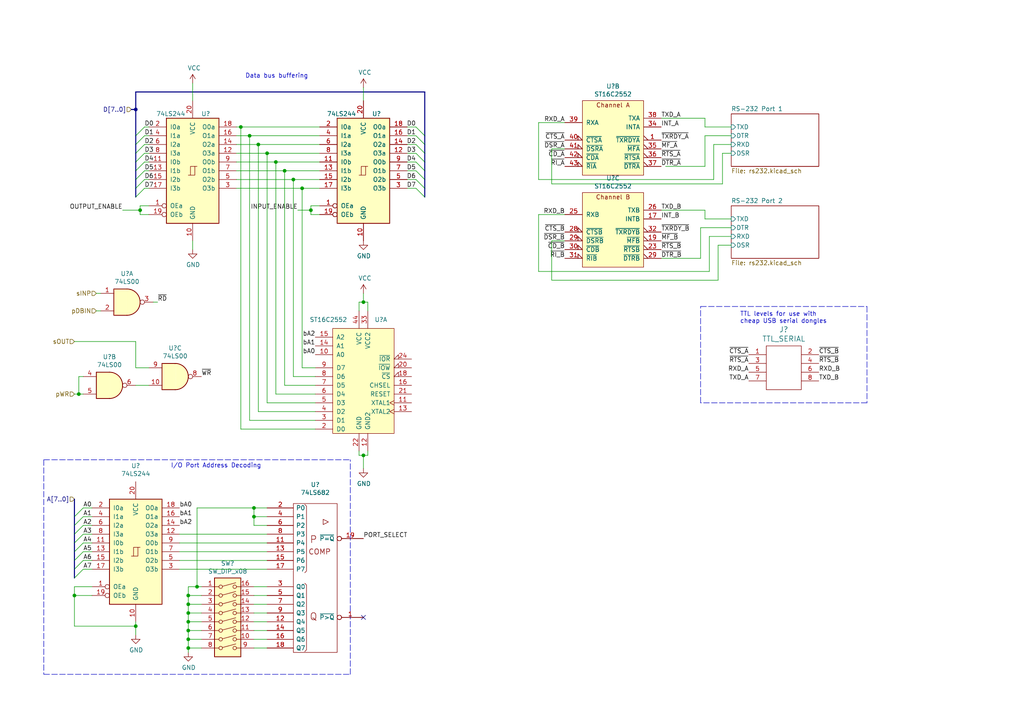
<source format=kicad_sch>
(kicad_sch (version 20211123) (generator eeschema)
  (paper "A4")
  (lib_symbols
    (symbol "74xx:74LS00" (pin_names (offset 1.016))
      (property "Reference" "U" (at 0 1.27 0))
      (property "Value" "74LS00" (at 0 -1.27 0))
      (symbol "74LS00_1_1"
        (arc (start 0 -3.81) (mid 3.81 0) (end 0 3.81) (stroke (width 0.254)) (fill (type background)))
        (polyline (pts (xy 0 3.81) (xy -3.81 3.81) (xy -3.81 -3.81) (xy 0 -3.81)) (stroke (width 0.254)) (fill (type background)))
        (pin input line (at -7.62 2.54 0) (length 3.81) (name "~") (number "1"))
        (pin input line (at -7.62 -2.54 0) (length 3.81) (name "~") (number "2"))
        (pin output inverted (at 7.62 0 180) (length 3.81) (name "~") (number "3"))
      )
      (symbol "74LS00_1_2"
        (arc (start -3.81 -3.81) (mid -2.589 0) (end -3.81 3.81) (stroke (width 0.254)))
        (arc (start -0.6096 -3.81) (mid 2.1855 -2.584) (end 3.81 0) (stroke (width 0.254)) (fill (type background)))
        (polyline (pts (xy -3.81 -3.81) (xy -0.635 -3.81)) (stroke (width 0.254)) (fill (type background)))
        (polyline (pts (xy -3.81 3.81) (xy -0.635 3.81)) (stroke (width 0.254)) (fill (type background)))
        (polyline (pts (xy -0.635 3.81) (xy -3.81 3.81) (xy -3.81 3.81) (xy -3.556 3.4036) (xy -3.0226 2.2606) (xy -2.6924 1.0414) (xy -2.6162 -0.254) (xy -2.7686 -1.4986) (xy -3.175 -2.7178) (xy -3.81 -3.81) (xy -3.81 -3.81) (xy -0.635 -3.81)) (stroke (width -25.4)) (fill (type background)))
        (arc (start 3.81 0) (mid 2.1928 2.5925) (end -0.6096 3.81) (stroke (width 0.254)) (fill (type background)))
        (pin input inverted (at -7.62 2.54 0) (length 4.318) (name "~") (number "1"))
        (pin input inverted (at -7.62 -2.54 0) (length 4.318) (name "~") (number "2"))
        (pin output line (at 7.62 0 180) (length 3.81) (name "~") (number "3"))
      )
      (symbol "74LS00_2_1"
        (arc (start 0 -3.81) (mid 3.81 0) (end 0 3.81) (stroke (width 0.254)) (fill (type background)))
        (polyline (pts (xy 0 3.81) (xy -3.81 3.81) (xy -3.81 -3.81) (xy 0 -3.81)) (stroke (width 0.254)) (fill (type background)))
        (pin input line (at -7.62 2.54 0) (length 3.81) (name "~") (number "4"))
        (pin input line (at -7.62 -2.54 0) (length 3.81) (name "~") (number "5"))
        (pin output inverted (at 7.62 0 180) (length 3.81) (name "~") (number "6"))
      )
      (symbol "74LS00_2_2"
        (arc (start -3.81 -3.81) (mid -2.589 0) (end -3.81 3.81) (stroke (width 0.254)))
        (arc (start -0.6096 -3.81) (mid 2.1855 -2.584) (end 3.81 0) (stroke (width 0.254)) (fill (type background)))
        (polyline (pts (xy -3.81 -3.81) (xy -0.635 -3.81)) (stroke (width 0.254)) (fill (type background)))
        (polyline (pts (xy -3.81 3.81) (xy -0.635 3.81)) (stroke (width 0.254)) (fill (type background)))
        (polyline (pts (xy -0.635 3.81) (xy -3.81 3.81) (xy -3.81 3.81) (xy -3.556 3.4036) (xy -3.0226 2.2606) (xy -2.6924 1.0414) (xy -2.6162 -0.254) (xy -2.7686 -1.4986) (xy -3.175 -2.7178) (xy -3.81 -3.81) (xy -3.81 -3.81) (xy -0.635 -3.81)) (stroke (width -25.4)) (fill (type background)))
        (arc (start 3.81 0) (mid 2.1928 2.5925) (end -0.6096 3.81) (stroke (width 0.254)) (fill (type background)))
        (pin input inverted (at -7.62 2.54 0) (length 4.318) (name "~") (number "4"))
        (pin input inverted (at -7.62 -2.54 0) (length 4.318) (name "~") (number "5"))
        (pin output line (at 7.62 0 180) (length 3.81) (name "~") (number "6"))
      )
      (symbol "74LS00_3_1"
        (arc (start 0 -3.81) (mid 3.81 0) (end 0 3.81) (stroke (width 0.254)) (fill (type background)))
        (polyline (pts (xy 0 3.81) (xy -3.81 3.81) (xy -3.81 -3.81) (xy 0 -3.81)) (stroke (width 0.254)) (fill (type background)))
        (pin input line (at -7.62 -2.54 0) (length 3.81) (name "~") (number "10"))
        (pin output inverted (at 7.62 0 180) (length 3.81) (name "~") (number "8"))
        (pin input line (at -7.62 2.54 0) (length 3.81) (name "~") (number "9"))
      )
      (symbol "74LS00_3_2"
        (arc (start -3.81 -3.81) (mid -2.589 0) (end -3.81 3.81) (stroke (width 0.254)))
        (arc (start -0.6096 -3.81) (mid 2.1855 -2.584) (end 3.81 0) (stroke (width 0.254)) (fill (type background)))
        (polyline (pts (xy -3.81 -3.81) (xy -0.635 -3.81)) (stroke (width 0.254)) (fill (type background)))
        (polyline (pts (xy -3.81 3.81) (xy -0.635 3.81)) (stroke (width 0.254)) (fill (type background)))
        (polyline (pts (xy -0.635 3.81) (xy -3.81 3.81) (xy -3.81 3.81) (xy -3.556 3.4036) (xy -3.0226 2.2606) (xy -2.6924 1.0414) (xy -2.6162 -0.254) (xy -2.7686 -1.4986) (xy -3.175 -2.7178) (xy -3.81 -3.81) (xy -3.81 -3.81) (xy -0.635 -3.81)) (stroke (width -25.4)) (fill (type background)))
        (arc (start 3.81 0) (mid 2.1928 2.5925) (end -0.6096 3.81) (stroke (width 0.254)) (fill (type background)))
        (pin input inverted (at -7.62 -2.54 0) (length 4.318) (name "~") (number "10"))
        (pin output line (at 7.62 0 180) (length 3.81) (name "~") (number "8"))
        (pin input inverted (at -7.62 2.54 0) (length 4.318) (name "~") (number "9"))
      )
      (symbol "74LS00_4_1"
        (arc (start 0 -3.81) (mid 3.81 0) (end 0 3.81) (stroke (width 0.254)) (fill (type background)))
        (polyline (pts (xy 0 3.81) (xy -3.81 3.81) (xy -3.81 -3.81) (xy 0 -3.81)) (stroke (width 0.254)) (fill (type background)))
        (pin output inverted (at 7.62 0 180) (length 3.81) (name "~") (number "11"))
        (pin input line (at -7.62 2.54 0) (length 3.81) (name "~") (number "12"))
        (pin input line (at -7.62 -2.54 0) (length 3.81) (name "~") (number "13"))
      )
      (symbol "74LS00_4_2"
        (arc (start -3.81 -3.81) (mid -2.589 0) (end -3.81 3.81) (stroke (width 0.254)))
        (arc (start -0.6096 -3.81) (mid 2.1855 -2.584) (end 3.81 0) (stroke (width 0.254)) (fill (type background)))
        (polyline (pts (xy -3.81 -3.81) (xy -0.635 -3.81)) (stroke (width 0.254)) (fill (type background)))
        (polyline (pts (xy -3.81 3.81) (xy -0.635 3.81)) (stroke (width 0.254)) (fill (type background)))
        (polyline (pts (xy -0.635 3.81) (xy -3.81 3.81) (xy -3.81 3.81) (xy -3.556 3.4036) (xy -3.0226 2.2606) (xy -2.6924 1.0414) (xy -2.6162 -0.254) (xy -2.7686 -1.4986) (xy -3.175 -2.7178) (xy -3.81 -3.81) (xy -3.81 -3.81) (xy -0.635 -3.81)) (stroke (width -25.4)) (fill (type background)))
        (arc (start 3.81 0) (mid 2.1928 2.5925) (end -0.6096 3.81) (stroke (width 0.254)) (fill (type background)))
        (pin output line (at 7.62 0 180) (length 3.81) (name "~") (number "11"))
        (pin input inverted (at -7.62 2.54 0) (length 4.318) (name "~") (number "12"))
        (pin input inverted (at -7.62 -2.54 0) (length 4.318) (name "~") (number "13"))
      )
      (symbol "74LS00_5_0"
        (pin power_in line (at 0 12.7 270) (length 5.08) (name "VCC") (number "14"))
        (pin power_in line (at 0 -12.7 90) (length 5.08) (name "GND") (number "7"))
      )
      (symbol "74LS00_5_1"
        (rectangle (start -5.08 7.62) (end 5.08 -7.62) (stroke (width 0.254)) (fill (type background)))
      )
    )
    (symbol "74xx:74LS244" (pin_names (offset 1.016))
      (property "Reference" "U" (at -7.62 16.51 0))
      (property "Value" "74LS244" (at -7.62 -16.51 0))
      (symbol "74LS244_1_0"
        (polyline (pts (xy -0.635 -1.27) (xy -0.635 1.27) (xy 0.635 1.27)))
        (polyline (pts (xy -1.27 -1.27) (xy 0.635 -1.27) (xy 0.635 1.27) (xy 1.27 1.27)))
        (pin input inverted (at -12.7 -10.16 0) (length 5.08) (name "OEa") (number "1"))
        (pin power_in line (at 0 -20.32 90) (length 5.08) (name "GND") (number "10"))
        (pin input line (at -12.7 2.54 0) (length 5.08) (name "I0b") (number "11"))
        (pin tri_state line (at 12.7 5.08 180) (length 5.08) (name "O3a") (number "12"))
        (pin input line (at -12.7 0 0) (length 5.08) (name "I1b") (number "13"))
        (pin tri_state line (at 12.7 7.62 180) (length 5.08) (name "O2a") (number "14"))
        (pin input line (at -12.7 -2.54 0) (length 5.08) (name "I2b") (number "15"))
        (pin tri_state line (at 12.7 10.16 180) (length 5.08) (name "O1a") (number "16"))
        (pin input line (at -12.7 -5.08 0) (length 5.08) (name "I3b") (number "17"))
        (pin tri_state line (at 12.7 12.7 180) (length 5.08) (name "O0a") (number "18"))
        (pin input inverted (at -12.7 -12.7 0) (length 5.08) (name "OEb") (number "19"))
        (pin input line (at -12.7 12.7 0) (length 5.08) (name "I0a") (number "2"))
        (pin power_in line (at 0 20.32 270) (length 5.08) (name "VCC") (number "20"))
        (pin tri_state line (at 12.7 -5.08 180) (length 5.08) (name "O3b") (number "3"))
        (pin input line (at -12.7 10.16 0) (length 5.08) (name "I1a") (number "4"))
        (pin tri_state line (at 12.7 -2.54 180) (length 5.08) (name "O2b") (number "5"))
        (pin input line (at -12.7 7.62 0) (length 5.08) (name "I2a") (number "6"))
        (pin tri_state line (at 12.7 0 180) (length 5.08) (name "O1b") (number "7"))
        (pin input line (at -12.7 5.08 0) (length 5.08) (name "I3a") (number "8"))
        (pin tri_state line (at 12.7 2.54 180) (length 5.08) (name "O0b") (number "9"))
      )
      (symbol "74LS244_1_1"
        (rectangle (start -7.62 15.24) (end 7.62 -15.24) (stroke (width 0.254)) (fill (type background)))
      )
    )
    (symbol "74xx_IEEE:74LS682" (pin_names (offset 0.762))
      (property "Reference" "U" (at 7.62 22.86 0))
      (property "Value" "74LS682" (at 10.16 -22.86 0))
      (symbol "74LS682_0_0"
        (polyline (pts (xy 2.286 17.018) (xy 2.286 15.494) (xy 3.81 16.256) (xy 2.286 17.018) (xy 2.286 17.018)))
        (text "COMP" (at 1.27 7.62 0) (effects (font (size 1.524 1.524))))
        (text "P" (at -0.508 11.176 0) (effects (font (size 2.032 2.032))))
        (text "Q" (at -0.508 -11.176 0) (effects (font (size 2.032 2.032))))
      )
      (symbol "74LS682_0_1"
        (rectangle (start -6.35 21.59) (end 6.35 -21.59))
        (polyline (pts (xy -3.048 -1.524) (xy -2.54 -2.032) (xy -2.54 -20.828) (xy -3.048 -21.336) (xy -3.048 -21.336)))
        (polyline (pts (xy -3.048 21.336) (xy -2.54 20.828) (xy -2.54 2.032) (xy -3.048 1.524) (xy -3.048 1.524)))
        (pin power_in line (at 0 -21.59 90) (length 0) hide (name "Gnd") (number "10"))
      )
      (symbol "74LS682_1_1"
        (pin output inverted (at 13.97 -11.43 180) (length 7.62) (name "~{P>Q}") (number "1"))
        (pin input line (at -13.97 10.16 0) (length 7.62) (name "P4") (number "11"))
        (pin input line (at -13.97 -12.7 0) (length 7.62) (name "Q4") (number "12"))
        (pin input line (at -13.97 7.62 0) (length 7.62) (name "P5") (number "13"))
        (pin input line (at -13.97 -15.24 0) (length 7.62) (name "Q5") (number "14"))
        (pin input line (at -13.97 5.08 0) (length 7.62) (name "P6") (number "15"))
        (pin input line (at -13.97 -17.78 0) (length 7.62) (name "Q6") (number "16"))
        (pin input line (at -13.97 2.54 0) (length 7.62) (name "P7") (number "17"))
        (pin input line (at -13.97 -20.32 0) (length 7.62) (name "Q7") (number "18"))
        (pin output inverted (at 13.97 11.43 180) (length 7.62) (name "~{P=Q}") (number "19"))
        (pin input line (at -13.97 20.32 0) (length 7.62) (name "P0") (number "2"))
        (pin power_in line (at 0 21.59 270) (length 0) hide (name "Vcc") (number "20"))
        (pin input line (at -13.97 -2.54 0) (length 7.62) (name "Q0") (number "3"))
        (pin input line (at -13.97 17.78 0) (length 7.62) (name "P1") (number "4"))
        (pin input line (at -13.97 -5.08 0) (length 7.62) (name "Q1") (number "5"))
        (pin input line (at -13.97 15.24 0) (length 7.62) (name "P2") (number "6"))
        (pin input line (at -13.97 -7.62 0) (length 7.62) (name "Q2") (number "7"))
        (pin input line (at -13.97 12.7 0) (length 7.62) (name "P3") (number "8"))
        (pin input line (at -13.97 -10.16 0) (length 7.62) (name "Q3") (number "9"))
      )
    )
    (symbol "Switch:SW_DIP_x08" (pin_names (offset 0) hide)
      (property "Reference" "SW" (at 0 13.97 0))
      (property "Value" "SW_DIP_x08" (at 0 -11.43 0))
      (symbol "SW_DIP_x08_0_0"
        (circle (center -2.032 -7.62) (radius 0.508))
        (circle (center -2.032 -5.08) (radius 0.508))
        (circle (center -2.032 -2.54) (radius 0.508))
        (circle (center -2.032 0) (radius 0.508))
        (circle (center -2.032 2.54) (radius 0.508))
        (circle (center -2.032 5.08) (radius 0.508))
        (circle (center -2.032 7.62) (radius 0.508))
        (circle (center -2.032 10.16) (radius 0.508))
        (polyline (pts (xy -1.524 -7.4676) (xy 2.3622 -6.4262)))
        (polyline (pts (xy -1.524 -4.9276) (xy 2.3622 -3.8862)))
        (polyline (pts (xy -1.524 -2.3876) (xy 2.3622 -1.3462)))
        (polyline (pts (xy -1.524 0.127) (xy 2.3622 1.1684)))
        (polyline (pts (xy -1.524 2.667) (xy 2.3622 3.7084)))
        (polyline (pts (xy -1.524 5.207) (xy 2.3622 6.2484)))
        (polyline (pts (xy -1.524 7.747) (xy 2.3622 8.7884)))
        (polyline (pts (xy -1.524 10.287) (xy 2.3622 11.3284)))
        (circle (center 2.032 -7.62) (radius 0.508))
        (circle (center 2.032 -5.08) (radius 0.508))
        (circle (center 2.032 -2.54) (radius 0.508))
        (circle (center 2.032 0) (radius 0.508))
        (circle (center 2.032 2.54) (radius 0.508))
        (circle (center 2.032 5.08) (radius 0.508))
        (circle (center 2.032 7.62) (radius 0.508))
        (circle (center 2.032 10.16) (radius 0.508))
      )
      (symbol "SW_DIP_x08_0_1"
        (rectangle (start -3.81 12.7) (end 3.81 -10.16) (stroke (width 0.254)) (fill (type background)))
      )
      (symbol "SW_DIP_x08_1_1"
        (pin passive line (at -7.62 10.16 0) (length 5.08) (name "~") (number "1"))
        (pin passive line (at 7.62 -5.08 180) (length 5.08) (name "~") (number "10"))
        (pin passive line (at 7.62 -2.54 180) (length 5.08) (name "~") (number "11"))
        (pin passive line (at 7.62 0 180) (length 5.08) (name "~") (number "12"))
        (pin passive line (at 7.62 2.54 180) (length 5.08) (name "~") (number "13"))
        (pin passive line (at 7.62 5.08 180) (length 5.08) (name "~") (number "14"))
        (pin passive line (at 7.62 7.62 180) (length 5.08) (name "~") (number "15"))
        (pin passive line (at 7.62 10.16 180) (length 5.08) (name "~") (number "16"))
        (pin passive line (at -7.62 7.62 0) (length 5.08) (name "~") (number "2"))
        (pin passive line (at -7.62 5.08 0) (length 5.08) (name "~") (number "3"))
        (pin passive line (at -7.62 2.54 0) (length 5.08) (name "~") (number "4"))
        (pin passive line (at -7.62 0 0) (length 5.08) (name "~") (number "5"))
        (pin passive line (at -7.62 -2.54 0) (length 5.08) (name "~") (number "6"))
        (pin passive line (at -7.62 -5.08 0) (length 5.08) (name "~") (number "7"))
        (pin passive line (at -7.62 -7.62 0) (length 5.08) (name "~") (number "8"))
        (pin passive line (at 7.62 -7.62 180) (length 5.08) (name "~") (number "9"))
      )
    )
    (symbol "power:GND" (power) (pin_names (offset 0))
      (property "Value" "GND" (at 0 -3.81 0))
      (symbol "GND_0_1"
        (polyline (pts (xy 0 0) (xy 0 -1.27) (xy 1.27 -1.27) (xy 0 -2.54) (xy -1.27 -1.27) (xy 0 -1.27)))
      )
      (symbol "GND_1_1"
        (pin power_in line (at 0 0 270) (length 0) hide (name "GND") (number "1"))
      )
    )
    (symbol "power:VCC" (power) (pin_names (offset 0))
      (property "Value" "VCC" (at 0 3.81 0))
      (symbol "VCC_0_1"
        (polyline (pts (xy -0.762 1.27) (xy 0 2.54)))
        (polyline (pts (xy 0 0) (xy 0 2.54)))
        (polyline (pts (xy 0 2.54) (xy 0.762 1.27)))
      )
      (symbol "VCC_1_1"
        (pin power_in line (at 0 0 90) (length 0) hide (name "VCC") (number "1"))
      )
    )
    (symbol "zara80-cpu-rescue:HEADER_2X4-header" (pin_names (offset 1.016))
      (property "Reference" "J" (at 0 7.62 0))
      (property "Value" "HEADER_2X4-header" (at 0 -7.62 0))
      (symbol "HEADER_2X4-header_0_1"
        (rectangle (start -5.08 6.35) (end 5.08 -6.35))
      )
      (symbol "HEADER_2X4-header_1_1"
        (pin passive line (at -10.16 3.81 0) (length 5.08) (name "~") (number "1"))
        (pin passive line (at 10.16 3.81 180) (length 5.08) (name "~") (number "2"))
        (pin passive line (at -10.16 1.27 0) (length 5.08) (name "~") (number "3"))
        (pin passive line (at 10.16 1.27 180) (length 5.08) (name "~") (number "4"))
        (pin passive line (at -10.16 -1.27 0) (length 5.08) (name "~") (number "5"))
        (pin passive line (at 10.16 -1.27 180) (length 5.08) (name "~") (number "6"))
        (pin passive line (at -10.16 -3.81 0) (length 5.08) (name "~") (number "7"))
        (pin passive line (at 10.16 -3.81 180) (length 5.08) (name "~") (number "8"))
      )
    )
    (symbol "zara80-cpu-rescue:ST16C2552-vw" (pin_names (offset 1.016))
      (property "Reference" "U" (at 5.08 16.51 0))
      (property "Value" "ST16C2552-vw" (at -10.16 16.51 0))
      (symbol "ST16C2552-vw_1_0"
        (rectangle (start -8.89 15.24) (end 8.89 -15.24) (fill (type background)))
        (pin input line (at -13.97 7.62 0) (length 5.08) (name "A0") (number "10"))
        (pin input clock (at 13.97 -6.35 180) (length 5.08) (name "XTAL1") (number "11"))
        (pin power_in line (at 1.27 -20.32 90) (length 5.08) (name "GND2") (number "12"))
        (pin output clock (at 13.97 -8.89 180) (length 5.08) (name "XTAL2") (number "13"))
        (pin input line (at -13.97 10.16 0) (length 5.08) (name "A1") (number "14"))
        (pin input line (at -13.97 12.7 0) (length 5.08) (name "A2") (number "15"))
        (pin input line (at 13.97 -1.27 180) (length 5.08) (name "CHSEL") (number "16"))
        (pin input input_low (at 13.97 1.27 180) (length 5.08) (name "~{CS}") (number "18"))
        (pin bidirectional line (at -13.97 -13.97 0) (length 5.08) (name "D0") (number "2"))
        (pin input input_low (at 13.97 3.81 180) (length 5.08) (name "~{IOW}") (number "20"))
        (pin input line (at 13.97 -3.81 180) (length 5.08) (name "RESET") (number "21"))
        (pin power_in line (at -1.27 -20.32 90) (length 5.08) (name "GND") (number "22"))
        (pin input input_low (at 13.97 6.35 180) (length 5.08) (name "~{IOR}") (number "24"))
        (pin bidirectional line (at -13.97 -11.43 0) (length 5.08) (name "D1") (number "3"))
        (pin power_in line (at 1.27 20.32 270) (length 5.08) (name "VCC2") (number "33"))
        (pin bidirectional line (at -13.97 -8.89 0) (length 5.08) (name "D2") (number "4"))
        (pin power_in line (at -1.27 20.32 270) (length 5.08) (name "VCC") (number "44"))
        (pin bidirectional line (at -13.97 -6.35 0) (length 5.08) (name "D3") (number "5"))
        (pin bidirectional line (at -13.97 -3.81 0) (length 5.08) (name "D4") (number "6"))
        (pin bidirectional line (at -13.97 -1.27 0) (length 5.08) (name "D5") (number "7"))
        (pin bidirectional line (at -13.97 1.27 0) (length 5.08) (name "D6") (number "8"))
        (pin bidirectional line (at -13.97 3.81 0) (length 5.08) (name "D7") (number "9"))
      )
      (symbol "ST16C2552-vw_2_0"
        (text "Channel A" (at 0 8.89 0) (effects (font (size 1.27 1.27))))
      )
      (symbol "ST16C2552-vw_2_1"
        (rectangle (start -8.89 10.16) (end 8.89 -11.43) (fill (type background)))
        (pin output output_low (at 13.97 -1.27 180) (length 5.08) (name "~{TXRDYA}") (number "1"))
        (pin output line (at 13.97 2.54 180) (length 5.08) (name "INTA") (number "34"))
        (pin output output_low (at 13.97 -3.81 180) (length 5.08) (name "~{MFA}") (number "35"))
        (pin output output_low (at 13.97 -6.35 180) (length 5.08) (name "~{RTSA}") (number "36"))
        (pin output output_low (at 13.97 -8.89 180) (length 5.08) (name "~{DTRA}") (number "37"))
        (pin output line (at 13.97 5.08 180) (length 5.08) (name "TXA") (number "38"))
        (pin input line (at -13.97 3.81 0) (length 5.08) (name "RXA") (number "39"))
        (pin input input_low (at -13.97 -1.27 0) (length 5.08) (name "~{CTSA}") (number "40"))
        (pin input input_low (at -13.97 -3.81 0) (length 5.08) (name "~{DSRA}") (number "41"))
        (pin input input_low (at -13.97 -6.35 0) (length 5.08) (name "~{CDA}") (number "42"))
        (pin input input_low (at -13.97 -8.89 0) (length 5.08) (name "~{RIA}") (number "43"))
      )
      (symbol "ST16C2552-vw_3_0"
        (pin input line (at -13.97 3.81 0) (length 5.08) (name "RXB") (number "25"))
        (pin output line (at 13.97 5.08 180) (length 5.08) (name "TXB") (number "26"))
      )
      (symbol "ST16C2552-vw_3_1"
        (rectangle (start -8.89 10.16) (end 8.89 -11.43) (fill (type background)))
        (text "Channel B" (at 0 8.89 0) (effects (font (size 1.27 1.27))))
        (pin output line (at 13.97 2.54 180) (length 5.08) (name "INTB") (number "17"))
        (pin output output_low (at 13.97 -3.81 180) (length 5.08) (name "~{MFB}") (number "19"))
        (pin output output_low (at 13.97 -6.35 180) (length 5.08) (name "~{RTSB}") (number "23"))
        (pin input input_low (at -13.97 -1.27 0) (length 5.08) (name "~{CTSB}") (number "28"))
        (pin input input_low (at -13.97 -3.81 0) (length 5.08) (name "~{DSRB}") (number "29"))
        (pin output output_low (at 13.97 -8.89 180) (length 5.08) (name "~{DTRB}") (number "29"))
        (pin input input_low (at -13.97 -6.35 0) (length 5.08) (name "~{CDB}") (number "30"))
        (pin input input_low (at -13.97 -8.89 0) (length 5.08) (name "~{RIB}") (number "31"))
        (pin output output_low (at 13.97 -1.27 180) (length 5.08) (name "~{TXRDYB}") (number "32"))
      )
    )
  )
  (junction (at 40.64 60.96))
  (junction (at 54.61 187.96))
  (junction (at 57.15 170.18))
  (junction (at 39.37 181.61))
  (junction (at 69.85 36.83))
  (junction (at 85.09 52.07))
  (junction (at 72.39 39.37))
  (junction (at 54.61 172.72))
  (junction (at 54.61 182.88))
  (junction (at 73.66 147.32))
  (junction (at 105.41 87.63))
  (junction (at 87.63 54.61))
  (junction (at 54.61 185.42))
  (junction (at 39.37 31.75))
  (junction (at 80.01 46.99))
  (junction (at 90.17 60.96))
  (junction (at 74.93 41.91))
  (junction (at 82.55 49.53))
  (junction (at 73.66 149.86))
  (junction (at 21.59 172.72))
  (junction (at 22.86 114.3))
  (junction (at 77.47 44.45))
  (junction (at 54.61 180.34))
  (junction (at 54.61 175.26))
  (junction (at 105.41 132.08))
  (junction (at 54.61 177.8))
  (no_connect (at 105.41 179.07))
  (bus_entry (at 39.37 39.37) (size 2.54 -2.54))
  (bus_entry (at 123.19 41.91) (size -2.54 -2.54))
  (bus_entry (at 21.59 154.94) (size 2.54 -2.54))
  (bus_entry (at 24.13 165.1) (size -2.54 2.54))
  (bus_entry (at 39.37 52.07) (size 2.54 -2.54))
  (bus_entry (at 21.59 162.56) (size 2.54 -2.54))
  (bus_entry (at 123.19 52.07) (size -2.54 -2.54))
  (bus_entry (at 39.37 41.91) (size 2.54 -2.54))
  (bus_entry (at 21.59 165.1) (size 2.54 -2.54))
  (bus_entry (at 39.37 49.53) (size 2.54 -2.54))
  (bus_entry (at 123.19 49.53) (size -2.54 -2.54))
  (bus_entry (at 21.59 149.86) (size 2.54 -2.54))
  (bus_entry (at 21.59 152.4) (size 2.54 -2.54))
  (bus_entry (at 21.59 157.48) (size 2.54 -2.54))
  (bus_entry (at 39.37 57.15) (size 2.54 -2.54))
  (bus_entry (at 123.19 57.15) (size -2.54 -2.54))
  (bus_entry (at 123.19 39.37) (size -2.54 -2.54))
  (bus_entry (at 123.19 46.99) (size -2.54 -2.54))
  (bus_entry (at 123.19 44.45) (size -2.54 -2.54))
  (bus_entry (at 39.37 44.45) (size 2.54 -2.54))
  (bus_entry (at 39.37 54.61) (size 2.54 -2.54))
  (bus_entry (at 39.37 46.99) (size 2.54 -2.54))
  (bus_entry (at 123.19 54.61) (size -2.54 -2.54))
  (bus_entry (at 21.59 160.02) (size 2.54 -2.54))
  (polyline (pts (xy 101.6 195.58) (xy 101.6 133.35)))
  (wire (pts (xy 90.17 62.23) (xy 92.71 62.23)))
  (wire (pts (xy 163.83 69.85) (xy 160.02 69.85)))
  (wire (pts (xy 106.68 87.63) (xy 105.41 87.63)))
  (wire (pts (xy 118.11 41.91) (xy 120.65 41.91)))
  (wire (pts (xy 118.11 44.45) (xy 120.65 44.45)))
  (wire (pts (xy 52.07 154.94) (xy 77.47 154.94)))
  (wire (pts (xy 106.68 130.81) (xy 106.68 132.08)))
  (wire (pts (xy 74.93 41.91) (xy 92.71 41.91)))
  (wire (pts (xy 41.91 46.99) (xy 43.18 46.99)))
  (wire (pts (xy 24.13 154.94) (xy 26.67 154.94)))
  (wire (pts (xy 69.85 36.83) (xy 92.71 36.83)))
  (wire (pts (xy 68.58 39.37) (xy 72.39 39.37)))
  (bus (pts (xy 123.19 39.37) (xy 123.19 41.91)))
  (wire (pts (xy 73.66 147.32) (xy 77.47 147.32)))
  (wire (pts (xy 104.14 130.81) (xy 104.14 132.08)))
  (wire (pts (xy 24.13 162.56) (xy 26.67 162.56)))
  (wire (pts (xy 72.39 39.37) (xy 92.71 39.37)))
  (polyline (pts (xy 251.46 116.84) (xy 203.2 116.84)))
  (wire (pts (xy 204.47 34.29) (xy 204.47 36.83)))
  (wire (pts (xy 40.64 62.23) (xy 43.18 62.23)))
  (wire (pts (xy 156.21 52.07) (xy 207.01 52.07)))
  (wire (pts (xy 80.01 46.99) (xy 80.01 114.3)))
  (wire (pts (xy 205.74 68.58) (xy 212.09 68.58)))
  (bus (pts (xy 123.19 44.45) (xy 123.19 46.99)))
  (wire (pts (xy 207.01 52.07) (xy 207.01 41.91)))
  (wire (pts (xy 68.58 36.83) (xy 69.85 36.83)))
  (wire (pts (xy 87.63 54.61) (xy 92.71 54.61)))
  (wire (pts (xy 68.58 52.07) (xy 85.09 52.07)))
  (wire (pts (xy 160.02 81.28) (xy 208.28 81.28)))
  (wire (pts (xy 105.41 87.63) (xy 104.14 87.63)))
  (wire (pts (xy 85.09 52.07) (xy 85.09 109.22)))
  (wire (pts (xy 160.02 43.18) (xy 160.02 53.34)))
  (wire (pts (xy 82.55 49.53) (xy 92.71 49.53)))
  (wire (pts (xy 54.61 187.96) (xy 58.42 187.96)))
  (wire (pts (xy 207.01 41.91) (xy 212.09 41.91)))
  (wire (pts (xy 204.47 39.37) (xy 212.09 39.37)))
  (wire (pts (xy 105.41 85.09) (xy 105.41 87.63)))
  (bus (pts (xy 123.19 54.61) (xy 123.19 57.15)))
  (wire (pts (xy 73.66 185.42) (xy 77.47 185.42)))
  (wire (pts (xy 52.07 165.1) (xy 77.47 165.1)))
  (wire (pts (xy 163.83 62.23) (xy 156.21 62.23)))
  (wire (pts (xy 68.58 41.91) (xy 74.93 41.91)))
  (wire (pts (xy 39.37 184.15) (xy 39.37 181.61)))
  (wire (pts (xy 118.11 54.61) (xy 120.65 54.61)))
  (wire (pts (xy 54.61 180.34) (xy 58.42 180.34)))
  (wire (pts (xy 68.58 46.99) (xy 80.01 46.99)))
  (wire (pts (xy 193.04 48.26) (xy 204.47 48.26)))
  (wire (pts (xy 40.64 60.96) (xy 40.64 62.23)))
  (wire (pts (xy 54.61 187.96) (xy 54.61 185.42)))
  (wire (pts (xy 54.61 175.26) (xy 58.42 175.26)))
  (wire (pts (xy 72.39 121.92) (xy 72.39 39.37)))
  (bus (pts (xy 39.37 52.07) (xy 39.37 54.61)))
  (wire (pts (xy 21.59 181.61) (xy 21.59 172.72)))
  (wire (pts (xy 73.66 147.32) (xy 73.66 149.86)))
  (wire (pts (xy 73.66 177.8) (xy 77.47 177.8)))
  (wire (pts (xy 91.44 121.92) (xy 72.39 121.92)))
  (wire (pts (xy 73.66 180.34) (xy 77.47 180.34)))
  (wire (pts (xy 156.21 35.56) (xy 156.21 52.07)))
  (bus (pts (xy 123.19 49.53) (xy 123.19 52.07)))
  (wire (pts (xy 104.14 87.63) (xy 104.14 90.17)))
  (wire (pts (xy 73.66 149.86) (xy 77.47 149.86)))
  (wire (pts (xy 87.63 106.68) (xy 87.63 54.61)))
  (wire (pts (xy 69.85 36.83) (xy 69.85 124.46)))
  (bus (pts (xy 39.37 49.53) (xy 39.37 52.07)))
  (wire (pts (xy 69.85 124.46) (xy 91.44 124.46)))
  (wire (pts (xy 24.13 147.32) (xy 26.67 147.32)))
  (wire (pts (xy 73.66 149.86) (xy 73.66 152.4)))
  (polyline (pts (xy 203.2 116.84) (xy 203.2 88.9)))
  (wire (pts (xy 54.61 182.88) (xy 54.61 180.34)))
  (wire (pts (xy 191.77 60.96) (xy 204.47 60.96)))
  (bus (pts (xy 21.59 157.48) (xy 21.59 160.02)))
  (polyline (pts (xy 12.7 133.35) (xy 12.7 195.58)))
  (bus (pts (xy 21.59 162.56) (xy 21.59 165.1)))
  (bus (pts (xy 39.37 31.75) (xy 38.1 31.75)))
  (wire (pts (xy 118.11 46.99) (xy 120.65 46.99)))
  (wire (pts (xy 29.21 90.17) (xy 27.94 90.17)))
  (wire (pts (xy 73.66 152.4) (xy 77.47 152.4)))
  (bus (pts (xy 39.37 54.61) (xy 39.37 57.15)))
  (bus (pts (xy 21.59 160.02) (xy 21.59 162.56)))
  (wire (pts (xy 43.18 36.83) (xy 41.91 36.83)))
  (wire (pts (xy 54.61 172.72) (xy 58.42 172.72)))
  (wire (pts (xy 21.59 172.72) (xy 26.67 172.72)))
  (wire (pts (xy 52.07 160.02) (xy 77.47 160.02)))
  (wire (pts (xy 204.47 48.26) (xy 204.47 39.37)))
  (wire (pts (xy 86.36 60.96) (xy 90.17 60.96)))
  (wire (pts (xy 74.93 119.38) (xy 91.44 119.38)))
  (wire (pts (xy 35.56 60.96) (xy 40.64 60.96)))
  (bus (pts (xy 21.59 152.4) (xy 21.59 154.94)))
  (wire (pts (xy 73.66 182.88) (xy 77.47 182.88)))
  (wire (pts (xy 91.44 116.84) (xy 77.47 116.84)))
  (wire (pts (xy 21.59 114.3) (xy 22.86 114.3)))
  (wire (pts (xy 156.21 78.74) (xy 205.74 78.74)))
  (wire (pts (xy 68.58 49.53) (xy 82.55 49.53)))
  (wire (pts (xy 39.37 111.76) (xy 43.18 111.76)))
  (wire (pts (xy 90.17 60.96) (xy 90.17 59.69)))
  (wire (pts (xy 22.86 114.3) (xy 22.86 109.22)))
  (wire (pts (xy 57.15 170.18) (xy 58.42 170.18)))
  (wire (pts (xy 68.58 44.45) (xy 77.47 44.45)))
  (wire (pts (xy 41.91 54.61) (xy 43.18 54.61)))
  (wire (pts (xy 163.83 35.56) (xy 156.21 35.56)))
  (wire (pts (xy 204.47 63.5) (xy 212.09 63.5)))
  (wire (pts (xy 91.44 111.76) (xy 82.55 111.76)))
  (wire (pts (xy 203.2 66.04) (xy 212.09 66.04)))
  (wire (pts (xy 45.72 87.63) (xy 44.45 87.63)))
  (wire (pts (xy 204.47 36.83) (xy 212.09 36.83)))
  (wire (pts (xy 41.91 49.53) (xy 43.18 49.53)))
  (wire (pts (xy 21.59 172.72) (xy 21.59 170.18)))
  (wire (pts (xy 105.41 25.4) (xy 105.41 29.21)))
  (bus (pts (xy 123.19 41.91) (xy 123.19 44.45)))
  (wire (pts (xy 118.11 39.37) (xy 120.65 39.37)))
  (wire (pts (xy 160.02 69.85) (xy 160.02 81.28)))
  (wire (pts (xy 85.09 109.22) (xy 91.44 109.22)))
  (wire (pts (xy 106.68 90.17) (xy 106.68 87.63)))
  (polyline (pts (xy 12.7 195.58) (xy 101.6 195.58)))
  (wire (pts (xy 104.14 132.08) (xy 105.41 132.08)))
  (wire (pts (xy 80.01 46.99) (xy 92.71 46.99)))
  (wire (pts (xy 55.88 24.13) (xy 55.88 29.21)))
  (wire (pts (xy 208.28 81.28) (xy 208.28 71.12)))
  (wire (pts (xy 54.61 180.34) (xy 54.61 177.8)))
  (wire (pts (xy 204.47 60.96) (xy 204.47 63.5)))
  (wire (pts (xy 24.13 152.4) (xy 26.67 152.4)))
  (wire (pts (xy 160.02 53.34) (xy 209.55 53.34)))
  (wire (pts (xy 68.58 54.61) (xy 87.63 54.61)))
  (wire (pts (xy 24.13 165.1) (xy 26.67 165.1)))
  (wire (pts (xy 90.17 59.69) (xy 92.71 59.69)))
  (wire (pts (xy 41.91 39.37) (xy 43.18 39.37)))
  (wire (pts (xy 54.61 177.8) (xy 54.61 175.26)))
  (wire (pts (xy 22.86 109.22) (xy 24.13 109.22)))
  (wire (pts (xy 191.77 74.93) (xy 203.2 74.93)))
  (wire (pts (xy 118.11 52.07) (xy 120.65 52.07)))
  (wire (pts (xy 208.28 71.12) (xy 212.09 71.12)))
  (wire (pts (xy 73.66 175.26) (xy 77.47 175.26)))
  (bus (pts (xy 39.37 46.99) (xy 39.37 49.53)))
  (wire (pts (xy 54.61 170.18) (xy 57.15 170.18)))
  (wire (pts (xy 39.37 99.06) (xy 39.37 106.68)))
  (wire (pts (xy 21.59 99.06) (xy 39.37 99.06)))
  (wire (pts (xy 40.64 59.69) (xy 43.18 59.69)))
  (wire (pts (xy 54.61 172.72) (xy 54.61 170.18)))
  (wire (pts (xy 77.47 44.45) (xy 92.71 44.45)))
  (bus (pts (xy 39.37 44.45) (xy 39.37 46.99)))
  (bus (pts (xy 21.59 154.94) (xy 21.59 157.48)))
  (bus (pts (xy 39.37 31.75) (xy 39.37 39.37)))
  (wire (pts (xy 73.66 172.72) (xy 77.47 172.72)))
  (polyline (pts (xy 203.2 88.9) (xy 251.46 88.9)))
  (wire (pts (xy 118.11 36.83) (xy 120.65 36.83)))
  (wire (pts (xy 24.13 149.86) (xy 26.67 149.86)))
  (wire (pts (xy 85.09 52.07) (xy 92.71 52.07)))
  (bus (pts (xy 21.59 144.78) (xy 21.59 149.86)))
  (polyline (pts (xy 12.7 133.35) (xy 101.6 133.35)))
  (wire (pts (xy 105.41 135.89) (xy 105.41 132.08)))
  (wire (pts (xy 209.55 53.34) (xy 209.55 44.45)))
  (wire (pts (xy 41.91 41.91) (xy 43.18 41.91)))
  (bus (pts (xy 123.19 52.07) (xy 123.19 54.61)))
  (wire (pts (xy 41.91 52.07) (xy 43.18 52.07)))
  (bus (pts (xy 39.37 39.37) (xy 39.37 41.91)))
  (wire (pts (xy 52.07 162.56) (xy 77.47 162.56)))
  (wire (pts (xy 22.86 114.3) (xy 24.13 114.3)))
  (wire (pts (xy 80.01 114.3) (xy 91.44 114.3)))
  (bus (pts (xy 123.19 26.67) (xy 123.19 39.37)))
  (wire (pts (xy 41.91 44.45) (xy 43.18 44.45)))
  (wire (pts (xy 205.74 78.74) (xy 205.74 68.58)))
  (wire (pts (xy 91.44 106.68) (xy 87.63 106.68)))
  (bus (pts (xy 123.19 46.99) (xy 123.19 49.53)))
  (bus (pts (xy 21.59 149.86) (xy 21.59 152.4)))
  (wire (pts (xy 54.61 177.8) (xy 58.42 177.8)))
  (wire (pts (xy 203.2 74.93) (xy 203.2 66.04)))
  (wire (pts (xy 105.41 132.08) (xy 106.68 132.08)))
  (wire (pts (xy 191.77 34.29) (xy 204.47 34.29)))
  (wire (pts (xy 77.47 116.84) (xy 77.47 44.45)))
  (wire (pts (xy 73.66 170.18) (xy 77.47 170.18)))
  (bus (pts (xy 39.37 41.91) (xy 39.37 44.45)))
  (wire (pts (xy 163.83 43.18) (xy 160.02 43.18)))
  (wire (pts (xy 52.07 157.48) (xy 77.47 157.48)))
  (wire (pts (xy 39.37 181.61) (xy 39.37 180.34)))
  (wire (pts (xy 74.93 41.91) (xy 74.93 119.38)))
  (wire (pts (xy 54.61 185.42) (xy 54.61 182.88)))
  (wire (pts (xy 24.13 157.48) (xy 26.67 157.48)))
  (wire (pts (xy 82.55 111.76) (xy 82.55 49.53)))
  (wire (pts (xy 57.15 170.18) (xy 57.15 147.32)))
  (wire (pts (xy 40.64 60.96) (xy 40.64 59.69)))
  (wire (pts (xy 24.13 160.02) (xy 26.67 160.02)))
  (wire (pts (xy 118.11 49.53) (xy 120.65 49.53)))
  (wire (pts (xy 54.61 185.42) (xy 58.42 185.42)))
  (wire (pts (xy 55.88 69.85) (xy 55.88 72.39)))
  (bus (pts (xy 39.37 26.67) (xy 123.19 26.67)))
  (bus (pts (xy 39.37 31.75) (xy 39.37 26.67)))
  (wire (pts (xy 29.21 85.09) (xy 27.94 85.09)))
  (wire (pts (xy 156.21 62.23) (xy 156.21 78.74)))
  (wire (pts (xy 54.61 175.26) (xy 54.61 172.72)))
  (bus (pts (xy 21.59 165.1) (xy 21.59 167.64)))
  (polyline (pts (xy 251.46 88.9) (xy 251.46 116.84)))
  (wire (pts (xy 21.59 170.18) (xy 26.67 170.18)))
  (wire (pts (xy 57.15 147.32) (xy 73.66 147.32)))
  (wire (pts (xy 73.66 187.96) (xy 77.47 187.96)))
  (wire (pts (xy 90.17 60.96) (xy 90.17 62.23)))
  (wire (pts (xy 21.59 181.61) (xy 39.37 181.61)))
  (wire (pts (xy 54.61 182.88) (xy 58.42 182.88)))
  (wire (pts (xy 39.37 106.68) (xy 43.18 106.68)))
  (wire (pts (xy 209.55 44.45) (xy 212.09 44.45)))
  (wire (pts (xy 54.61 189.23) (xy 54.61 187.96)))
  (text "I/O Port Address Decoding" (at 49.53 135.89 0) (effects (font (size 1.27 1.27)) (justify left bottom)))
  (text "Data bus buffering" (at 71.12 22.86 0) (effects (font (size 1.27 1.27)) (justify left bottom)))
  (text "TTL levels for use with\ncheap USB serial dongles" (at 214.63 93.98 0) (effects (font (size 1.27 1.27)) (justify left bottom)))
  (label "D1" (at 41.91 39.37 0))
  (label "PORT_SELECT" (at 105.41 156.21 0))
  (label "RXD_A" (at 217.17 107.95 180))
  (label "INT_B" (at 191.77 63.5 0))
  (label "~{RTS_B}" (at 237.49 105.41 0))
  (label "~{CTS_B}" (at 237.49 102.87 0))
  (label "~{MF_A}" (at 191.77 43.18 0))
  (label "D3" (at 41.91 44.45 0))
  (label "~{DTR_A}" (at 191.77 48.26 0))
  (label "bA1" (at 91.44 100.33 180))
  (label "D4" (at 41.91 46.99 0))
  (label "~{WR}" (at 58.42 109.22 0))
  (label "A6" (at 24.13 162.56 0))
  (label "~{DTR_B}" (at 191.77 74.93 0))
  (label "~{DSR_B}" (at 163.83 69.85 180))
  (label "A7" (at 24.13 165.1 0))
  (label "TXD_B" (at 191.77 60.96 0))
  (label "A0" (at 24.13 147.32 0))
  (label "D7" (at 120.65 54.61 180))
  (label "D2" (at 120.65 41.91 180))
  (label "bA1" (at 52.07 149.86 0))
  (label "A4" (at 24.13 157.48 0))
  (label "~{RTS_B}" (at 191.77 72.39 0))
  (label "bA2" (at 52.07 152.4 0))
  (label "D5" (at 41.91 49.53 0))
  (label "bA0" (at 91.44 102.87 180))
  (label "~{MF_B}" (at 191.77 69.85 0))
  (label "RXD_B" (at 237.49 107.95 0))
  (label "~{RI_A}" (at 163.83 48.26 180))
  (label "D7" (at 41.91 54.61 0))
  (label "RXD_B" (at 163.83 62.23 180))
  (label "bA2" (at 91.44 97.79 180))
  (label "~{CTS_B}" (at 163.83 67.31 180))
  (label "D4" (at 120.65 46.99 180))
  (label "INT_A" (at 191.77 36.83 0))
  (label "A2" (at 24.13 152.4 0))
  (label "D0" (at 120.65 36.83 180))
  (label "D0" (at 41.91 36.83 0))
  (label "~{RD}" (at 45.72 87.63 0))
  (label "A1" (at 24.13 149.86 0))
  (label "INPUT_ENABLE" (at 86.36 60.96 180))
  (label "~{DSR_A}" (at 163.83 43.18 180))
  (label "~{TXRDY_A}" (at 191.77 40.64 0))
  (label "~{RTS_A}" (at 191.77 45.72 0))
  (label "~{CTS_A}" (at 217.17 102.87 180))
  (label "TXD_B" (at 237.49 110.49 0))
  (label "~{CD_B}" (at 163.83 72.39 180))
  (label "~{CD_A}" (at 163.83 45.72 180))
  (label "D5" (at 120.65 49.53 180))
  (label "A5" (at 24.13 160.02 0))
  (label "TXD_A" (at 217.17 110.49 180))
  (label "~{CTS_A}" (at 163.83 40.64 180))
  (label "D6" (at 41.91 52.07 0))
  (label "A3" (at 24.13 154.94 0))
  (label "RXD_A" (at 163.83 35.56 180))
  (label "TXD_A" (at 191.77 34.29 0))
  (label "~{TXRDY_B}" (at 191.77 67.31 0))
  (label "~{RI_B}" (at 163.83 74.93 180))
  (label "bA0" (at 52.07 147.32 0))
  (label "~{RTS_A}" (at 217.17 105.41 180))
  (label "D1" (at 120.65 39.37 180))
  (label "OUTPUT_ENABLE" (at 35.56 60.96 180))
  (label "D2" (at 41.91 41.91 0))
  (label "D6" (at 120.65 52.07 180))
  (label "D3" (at 120.65 44.45 180))
  (hierarchical_label "sINP" (shape input) (at 27.94 85.09 180))
  (hierarchical_label "A[7..0]" (shape input) (at 21.59 144.78 180))
  (hierarchical_label "pWR" (shape input) (at 21.59 114.3 180))
  (hierarchical_label "sOUT" (shape input) (at 21.59 99.06 180))
  (hierarchical_label "pDBIN" (shape input) (at 27.94 90.17 180))
  (hierarchical_label "D[7..0]" (shape input) (at 38.1 31.75 180))
  (symbol (lib_id "74xx:74LS00") (at 36.83 87.63 0) (unit 1)
    (property "Reference" "U?" (at 36.83 79.375 0))
    (property "Value" "74LS00" (at 36.83 81.6864 0))
    (property "Datasheet" "http://www.ti.com/lit/gpn/sn74ls00" (effects hide))
  )
  (symbol (lib_id "74xx:74LS00") (at 31.75 111.76 0) (unit 2)
    (property "Reference" "U?" (at 31.75 103.505 0))
    (property "Value" "74LS00" (at 31.75 105.8164 0))
    (property "Datasheet" "http://www.ti.com/lit/gpn/sn74ls00" (effects hide))
  )
  (symbol (lib_id "74xx:74LS00") (at 50.8 109.22 0) (unit 3)
    (property "Reference" "U?" (at 50.8 100.965 0))
    (property "Value" "74LS00" (at 50.8 103.2764 0))
    (property "Datasheet" "http://www.ti.com/lit/gpn/sn74ls00" (effects hide))
  )
  (symbol (lib_id "zara80-cpu-rescue:ST16C2552-vw") (at 105.41 110.49 0) (unit 1)
    (property "Reference" "U?" (at 110.49 92.71 0))
    (property "Value" "ST16C2552" (at 95.25 92.71 0))
    (property "Datasheet" "https://assets.maxlinear.com/web/documents/st16c2552_422_09142012.pdf" (effects hide))
  )
  (symbol (lib_id "zara80-cpu-rescue:ST16C2552-vw") (at 177.8 39.37 0) (unit 2)
    (property "Reference" "U?" (at 177.8 25.019 0))
    (property "Value" "ST16C2552" (at 177.8 27.3304 0))
    (property "Datasheet" "https://assets.maxlinear.com/web/documents/st16c2552_422_09142012.pdf" (effects hide))
  )
  (symbol (lib_id "74xx:74LS244") (at 39.37 160.02 0) (unit 1)
    (property "Reference" "U?" (at 39.37 135.1026 0))
    (property "Value" "74LS244" (at 39.37 137.414 0))
    (property "Datasheet" "http://www.ti.com/lit/gpn/sn74LS244" (effects hide))
  )
  (symbol (lib_id "power:GND") (at 39.37 184.15 0) (unit 1)
    (property "Reference" "#PWR?" (effects hide))
    (property "Value" "GND" (at 39.497 188.5442 0))
  )
  (symbol (lib_id "74xx:74LS244") (at 55.88 49.53 0) (unit 1)
    (property "Reference" "U?" (at 59.69 33.02 0))
    (property "Value" "74LS244" (at 49.53 33.02 0))
    (property "Datasheet" "http://www.ti.com/lit/gpn/sn74LS244" (effects hide))
  )
  (symbol (lib_id "74xx:74LS244") (at 105.41 49.53 0) (unit 1)
    (property "Reference" "U?" (at 109.22 33.02 0))
    (property "Value" "74LS244" (at 99.06 33.02 0))
    (property "Datasheet" "http://www.ti.com/lit/gpn/sn74LS244" (effects hide))
  )
  (symbol (lib_id "power:GND") (at 105.41 69.85 0) (unit 1)
    (property "Reference" "#PWR?" (effects hide))
    (property "Value" "GND" (at 105.537 74.2442 0))
  )
  (symbol (lib_id "power:GND") (at 55.88 72.39 0) (unit 1)
    (property "Reference" "#PWR?" (effects hide))
    (property "Value" "GND" (at 56.007 76.7842 0))
  )
  (symbol (lib_id "power:VCC") (at 55.88 24.13 0) (unit 1)
    (property "Reference" "#PWR?" (effects hide))
    (property "Value" "VCC" (at 56.3118 19.7358 0))
  )
  (symbol (lib_id "power:VCC") (at 105.41 25.4 0) (unit 1)
    (property "Reference" "#PWR?" (effects hide))
    (property "Value" "VCC" (at 105.8418 21.0058 0))
  )
  (symbol (lib_id "power:VCC") (at 105.41 85.09 0) (unit 1)
    (property "Reference" "#PWR?" (effects hide))
    (property "Value" "VCC" (at 105.8418 80.6958 0))
  )
  (symbol (lib_id "power:GND") (at 105.41 135.89 0) (unit 1)
    (property "Reference" "#PWR?" (effects hide))
    (property "Value" "GND" (at 105.537 140.2842 0))
  )
  (symbol (lib_id "74xx_IEEE:74LS682") (at 91.44 167.64 0) (unit 1)
    (property "Reference" "U?" (at 91.44 140.5636 0))
    (property "Value" "74LS682" (at 91.44 142.875 0))
  )
  (symbol (lib_id "Switch:SW_DIP_x08") (at 66.04 180.34 0) (unit 1)
    (property "Reference" "SW?" (at 66.04 163.3982 0))
    (property "Value" "SW_DIP_x08" (at 66.04 165.7096 0))
  )
  (symbol (lib_id "power:GND") (at 54.61 189.23 0) (unit 1)
    (property "Reference" "#PWR?" (effects hide))
    (property "Value" "GND" (at 54.737 193.6242 0))
  )
  (symbol (lib_id "zara80-cpu-rescue:HEADER_2X4-header") (at 227.33 106.68 0) (unit 1)
    (property "Reference" "J?" (at 227.33 95.5802 0) (effects (font (size 1.524 1.524))))
    (property "Value" "TTL_SERIAL" (at 227.33 98.2726 0) (effects (font (size 1.524 1.524))))
  )
  (symbol (lib_id "zara80-cpu-rescue:ST16C2552-vw") (at 177.8 66.04 0) (unit 3)
    (property "Reference" "U?" (at 177.8 51.689 0))
    (property "Value" "ST16C2552" (at 177.8 54.0004 0))
    (property "Datasheet" "https://assets.maxlinear.com/web/documents/st16c2552_422_09142012.pdf" (effects hide))
  )
  (sheet (at 212.09 33.02) (size 25.4 15.24)
    (property "Sheet name" "RS-232 Port 1" (at 212.09 32.3084 0) (effects (justify left bottom)))
    (property "Sheet file" "rs232.kicad_sch" (at 212.09 48.8446 0) (effects (justify left top)))
    (pin "TXD" input (at 212.09 36.83 180))
    (pin "DTR" input (at 212.09 39.37 180))
    (pin "RXD" input (at 212.09 41.91 180))
    (pin "DSR" input (at 212.09 44.45 180))
  )
  (sheet (at 212.09 59.69) (size 25.4 15.24)
    (property "Sheet name" "RS-232 Port 2" (at 212.09 58.9784 0) (effects (justify left bottom)))
    (property "Sheet file" "rs232.kicad_sch" (at 212.09 75.5146 0) (effects (justify left top)))
    (pin "TXD" input (at 212.09 63.5 180))
    (pin "DTR" input (at 212.09 66.04 180))
    (pin "RXD" input (at 212.09 68.58 180))
    (pin "DSR" input (at 212.09 71.12 180))
  )
)
</source>
